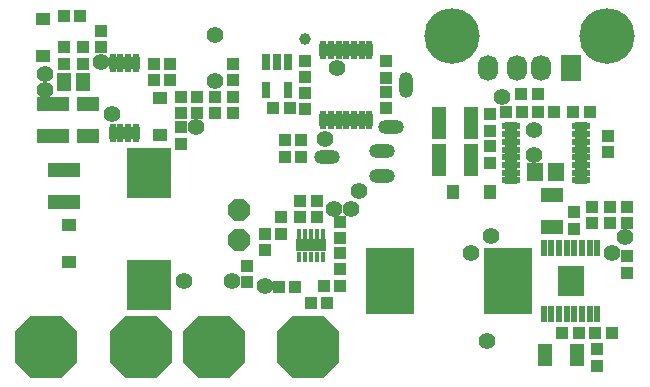
<source format=gbr>
G04 Layer_Color=8388736*
%FSLAX45Y45*%
%MOMM*%
%TF.FileFunction,Soldermask,Top*%
%TF.Part,Single*%
G01*
G75*
%TA.AperFunction,NonConductor*%
%ADD55R,2.30000X2.50000*%
%TA.AperFunction,SMDPad,CuDef*%
%ADD56R,0.50000X1.40000*%
%ADD57R,4.05000X5.70000*%
%ADD58O,0.65000X1.60000*%
%ADD59O,1.60000X0.65000*%
%ADD60R,0.80000X1.40000*%
%ADD61R,0.45000X0.95000*%
%ADD62R,2.60000X0.99000*%
%ADD63O,2.20000X1.20000*%
%ADD64R,1.10000X1.00000*%
%TA.AperFunction,ConnectorPad*%
%ADD65R,1.10000X1.00000*%
%TA.AperFunction,SMDPad,CuDef*%
%ADD66R,1.00000X1.10000*%
%ADD67R,1.40000X1.60000*%
%ADD68R,1.20000X1.50000*%
%ADD69R,1.10000X1.15000*%
%ADD70R,1.15000X1.10000*%
%ADD71R,1.30000X2.80000*%
%ADD72R,1.90000X1.30000*%
%ADD73R,1.30000X1.90000*%
%ADD74R,2.80000X1.30000*%
%ADD75R,3.70000X4.30000*%
%ADD76O,1.20000X2.20000*%
%TA.AperFunction,ComponentPad*%
G04:AMPARAMS|DCode=77|XSize=5.2mm|YSize=5.2mm|CornerRadius=0mm|HoleSize=0mm|Usage=FLASHONLY|Rotation=180.000|XOffset=0mm|YOffset=0mm|HoleType=Round|Shape=Octagon|*
%AMOCTAGOND77*
4,1,8,-2.60000,1.30000,-2.60000,-1.30000,-1.30000,-2.60000,1.30000,-2.60000,2.60000,-1.30000,2.60000,1.30000,1.30000,2.60000,-1.30000,2.60000,-2.60000,1.30000,0.0*
%
%ADD77OCTAGOND77*%

G04:AMPARAMS|DCode=78|XSize=1.8mm|YSize=1.8mm|CornerRadius=0mm|HoleSize=0mm|Usage=FLASHONLY|Rotation=270.000|XOffset=0mm|YOffset=0mm|HoleType=Round|Shape=Octagon|*
%AMOCTAGOND78*
4,1,8,-0.45000,-0.90000,0.45000,-0.90000,0.90000,-0.45000,0.90000,0.45000,0.45000,0.90000,-0.45000,0.90000,-0.90000,0.45000,-0.90000,-0.45000,-0.45000,-0.90000,0.0*
%
%ADD78OCTAGOND78*%

%ADD79O,1.70000X2.20000*%
%ADD80R,1.70000X2.20000*%
%ADD81C,4.70000*%
%TA.AperFunction,ViaPad*%
%ADD82C,1.00000*%
%ADD83C,1.40000*%
D55*
X15710001Y5119999D02*
D03*
D56*
X15482500Y5400000D02*
D03*
X15547501D02*
D03*
X15612500D02*
D03*
X15677499D02*
D03*
X15742500D02*
D03*
X15807500D02*
D03*
X15872501D02*
D03*
X15937500D02*
D03*
Y4840000D02*
D03*
X15872501D02*
D03*
X15807500D02*
D03*
X15742500D02*
D03*
X15677499D02*
D03*
X15612500D02*
D03*
X15547501D02*
D03*
X15482500D02*
D03*
D57*
X14182500Y5120000D02*
D03*
X15177499D02*
D03*
D58*
X13614999Y6484999D02*
D03*
X13680000D02*
D03*
X13745000D02*
D03*
X13810001D02*
D03*
X13875000D02*
D03*
X13939999D02*
D03*
X14005000D02*
D03*
X13614999Y7074999D02*
D03*
X13680000D02*
D03*
X13745000D02*
D03*
X13810001D02*
D03*
X13875000D02*
D03*
X13939999D02*
D03*
X14005000D02*
D03*
X12027500Y6965000D02*
D03*
X11962500D02*
D03*
X11897500D02*
D03*
X11832500D02*
D03*
X12027500Y6375000D02*
D03*
X11962500D02*
D03*
X11897500D02*
D03*
X11832500D02*
D03*
D59*
X15795000Y5972500D02*
D03*
Y6037500D02*
D03*
Y6102500D02*
D03*
Y6167500D02*
D03*
Y6232500D02*
D03*
Y6297500D02*
D03*
Y6362500D02*
D03*
Y6427500D02*
D03*
X15205000Y5972500D02*
D03*
Y6037500D02*
D03*
Y6102500D02*
D03*
Y6167500D02*
D03*
Y6232500D02*
D03*
Y6297500D02*
D03*
Y6362500D02*
D03*
Y6427500D02*
D03*
D60*
X13320000Y6969999D02*
D03*
X13225000D02*
D03*
X13130000D02*
D03*
Y6739999D02*
D03*
X13320000D02*
D03*
D61*
X13609999Y5517000D02*
D03*
X13560001D02*
D03*
X13509999D02*
D03*
X13459999D02*
D03*
X13409999D02*
D03*
X13609999Y5323000D02*
D03*
X13560001D02*
D03*
X13509999D02*
D03*
X13459999D02*
D03*
X13409999D02*
D03*
D62*
X13509999Y5420000D02*
D03*
D63*
X13650000Y6170000D02*
D03*
X14110001Y6010000D02*
D03*
Y6220000D02*
D03*
X14189999Y6420000D02*
D03*
D64*
X14150000Y6839999D02*
D03*
Y6979999D02*
D03*
X16039999Y5749999D02*
D03*
Y5609999D02*
D03*
X15930000Y4540000D02*
D03*
Y4400000D02*
D03*
X15889999Y5610000D02*
D03*
Y5750000D02*
D03*
X16030000Y6350000D02*
D03*
Y6210000D02*
D03*
X15030000Y6120000D02*
D03*
Y6260000D02*
D03*
X12850000Y6820000D02*
D03*
Y6960000D02*
D03*
X12320000Y6820000D02*
D03*
Y6960000D02*
D03*
X13560001Y5800000D02*
D03*
Y5660000D02*
D03*
X13120000Y5380000D02*
D03*
Y5520000D02*
D03*
X12410001Y6680000D02*
D03*
Y6540000D02*
D03*
X12850000D02*
D03*
Y6680000D02*
D03*
X13260001Y5660000D02*
D03*
Y5520000D02*
D03*
X11420001Y7100000D02*
D03*
Y6960000D02*
D03*
X12410000Y6280000D02*
D03*
Y6420000D02*
D03*
X12700000Y6540000D02*
D03*
Y6680000D02*
D03*
X11580000Y7100000D02*
D03*
Y6960000D02*
D03*
X12970000Y5250000D02*
D03*
Y5110000D02*
D03*
X14150000Y6719999D02*
D03*
Y6579999D02*
D03*
X13430000Y6170000D02*
D03*
Y6310000D02*
D03*
X13289999Y6170000D02*
D03*
Y6310000D02*
D03*
X15030000Y6530000D02*
D03*
Y6390000D02*
D03*
X15739999Y5560000D02*
D03*
Y5700000D02*
D03*
X13464999Y6845000D02*
D03*
Y6984999D02*
D03*
X13464999Y6714999D02*
D03*
Y6574999D02*
D03*
X12180000Y6820000D02*
D03*
Y6960000D02*
D03*
X13420000Y5800000D02*
D03*
Y5660000D02*
D03*
X12550001Y6680000D02*
D03*
Y6540000D02*
D03*
X11730000Y7240000D02*
D03*
Y7100000D02*
D03*
X13759999Y5220000D02*
D03*
Y5360000D02*
D03*
X13760001Y5619999D02*
D03*
Y5479999D02*
D03*
D65*
X16189999Y5190000D02*
D03*
Y5330000D02*
D03*
Y5610000D02*
D03*
Y5750000D02*
D03*
D66*
X16060001Y4679999D02*
D03*
X15920000D02*
D03*
X15300000Y6549999D02*
D03*
X15160001D02*
D03*
X15430000Y6700000D02*
D03*
X15289999D02*
D03*
X13760001Y5080000D02*
D03*
X13620000D02*
D03*
X11560000Y7360000D02*
D03*
X11420000D02*
D03*
X13239999Y5070000D02*
D03*
X13380000D02*
D03*
X13510001Y4930000D02*
D03*
X13650000D02*
D03*
X15570000Y6549999D02*
D03*
X15430000D02*
D03*
X15730000Y6550000D02*
D03*
X15870000D02*
D03*
X13330000Y6579999D02*
D03*
X13189999D02*
D03*
X15780000Y4679999D02*
D03*
X15639999D02*
D03*
D67*
X15589999Y6039999D02*
D03*
X15410001D02*
D03*
D68*
X11420000Y6800000D02*
D03*
X11580000D02*
D03*
D69*
X15027499Y5870000D02*
D03*
X14712500D02*
D03*
D70*
X11240000Y7022500D02*
D03*
Y7337500D02*
D03*
X11460000Y5597500D02*
D03*
Y5282500D02*
D03*
X12230000Y6667500D02*
D03*
Y6352500D02*
D03*
D71*
X14595000Y6460000D02*
D03*
X14864999D02*
D03*
X14595000Y6140000D02*
D03*
X14864999D02*
D03*
D72*
X15550000Y5844999D02*
D03*
Y5575000D02*
D03*
X11620000Y6345000D02*
D03*
Y6615000D02*
D03*
D73*
X15495000Y4490000D02*
D03*
X15764999D02*
D03*
D74*
X11420000Y6055000D02*
D03*
Y5785000D02*
D03*
X11330000Y6345000D02*
D03*
Y6615000D02*
D03*
D75*
X12140000Y5085000D02*
D03*
Y6035000D02*
D03*
D76*
X14320000Y6780000D02*
D03*
D77*
X12690000Y4560000D02*
D03*
X13489999D02*
D03*
X11270000D02*
D03*
X12070000D02*
D03*
D78*
X12900000Y5717000D02*
D03*
Y5463000D02*
D03*
D79*
X15010001Y6920000D02*
D03*
X15460001D02*
D03*
X15260001D02*
D03*
D80*
X15710001D02*
D03*
D81*
X16017000Y7191000D02*
D03*
X14703000D02*
D03*
D82*
X15710001Y5045000D02*
D03*
Y5195000D02*
D03*
X13460001Y7170000D02*
D03*
D83*
X12440000Y5120000D02*
D03*
X14870000Y5360000D02*
D03*
X16060001Y5360000D02*
D03*
X16170000Y5490000D02*
D03*
X11830000Y6530000D02*
D03*
X11730000Y6970000D02*
D03*
X12540000Y6420000D02*
D03*
X15400000Y6400000D02*
D03*
Y6190000D02*
D03*
X13730000Y6920000D02*
D03*
X12700000Y6810000D02*
D03*
Y7200000D02*
D03*
X15130000Y6680000D02*
D03*
X13630000Y6320000D02*
D03*
X13710001Y5730000D02*
D03*
X13850000D02*
D03*
X13120000Y5080000D02*
D03*
X12839999Y5120000D02*
D03*
X15039999Y5500000D02*
D03*
X11260000Y6740000D02*
D03*
Y6870000D02*
D03*
X15000000Y4610000D02*
D03*
X13920000Y5880000D02*
D03*
%TF.MD5,8a6b2b3073922efca9b88fe9710341cf*%
M02*

</source>
